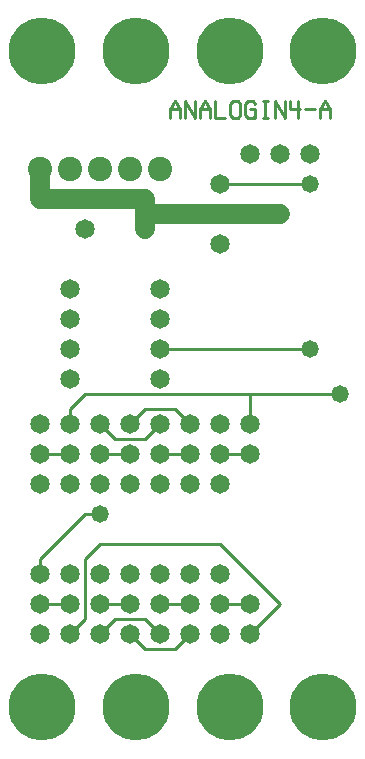
<source format=gtl>
%MOIN*%
%FSLAX25Y25*%
G04 D10 used for Character Trace; *
G04     Circle (OD=.01000) (No hole)*
G04 D11 used for Power Trace; *
G04     Circle (OD=.06700) (No hole)*
G04 D12 used for Signal Trace; *
G04     Circle (OD=.01100) (No hole)*
G04 D13 used for Via; *
G04     Circle (OD=.05800) (Round. Hole ID=.02800)*
G04 D14 used for Component hole; *
G04     Circle (OD=.06500) (Round. Hole ID=.03500)*
G04 D15 used for Component hole; *
G04     Circle (OD=.06700) (Round. Hole ID=.04300)*
G04 D16 used for Component hole; *
G04     Circle (OD=.08100) (Round. Hole ID=.05100)*
G04 D17 used for Component hole; *
G04     Circle (OD=.08900) (Round. Hole ID=.05900)*
G04 D18 used for Component hole; *
G04     Circle (OD=.11300) (Round. Hole ID=.08300)*
G04 D19 used for Component hole; *
G04     Circle (OD=.16000) (Round. Hole ID=.13000)*
G04 D20 used for Component hole; *
G04     Circle (OD=.18300) (Round. Hole ID=.15300)*
G04 D21 used for Component hole; *
G04     Circle (OD=.22291) (Round. Hole ID=.19291)*
%ADD10C,.01000*%
%ADD11C,.06700*%
%ADD12C,.01100*%
%ADD13C,.05800*%
%ADD14C,.06500*%
%ADD15C,.06700*%
%ADD16C,.08100*%
%ADD17C,.08900*%
%ADD18C,.11300*%
%ADD19C,.16000*%
%ADD20C,.18300*%
%ADD21C,.22291*%
%IPPOS*%
%LPD*%
G90*X0Y0D02*D21*X15625Y15625D03*D14*              
X35000Y40000D03*D12*X40000Y45000D01*X50000D01*    
X55000Y40000D01*D14*D03*D12*X50000Y35000D02*      
X60000D01*X50000D02*X45000Y40000D01*D14*D03*      
X55000Y50000D03*D12*X65000D01*D14*D03*            
X75000Y40000D03*Y60000D03*X55000D03*              
X75000Y50000D03*D12*X85000D01*D14*D03*D12*        
Y40000D02*X95000Y50000D01*D14*X85000Y40000D03*D12*
X95000Y50000D02*X75000Y70000D01*X35000D01*        
X30000Y65000D01*Y45000D01*X25000Y40000D01*D14*D03*
X35000Y50000D03*D12*X45000D01*D14*D03*            
X35000Y60000D03*X45000D03*D12*X60000Y35000D02*    
X65000Y40000D01*D14*D03*Y60000D03*D21*            
X46875Y15625D03*X78125D03*D14*X25000Y60000D03*    
Y50000D03*D12*X15000D01*D14*D03*Y60000D03*D12*    
Y65000D01*X30000Y80000D01*X35000D01*D13*D03*D14*  
X45000Y90000D03*X25000D03*X35000D03*              
X55000Y100000D03*D12*X65000D01*D14*D03*           
X75000Y90000D03*Y110000D03*X55000D03*D12*         
X50000Y105000D01*X40000D01*X35000Y110000D01*D14*  
D03*X45000Y100000D03*D12*X35000D01*D14*D03*       
X45000Y110000D03*D12*X50000Y115000D01*X60000D01*  
X65000Y110000D01*D14*D03*X75000Y100000D03*D12*    
X85000D01*D14*D03*Y110000D03*D12*Y120000D01*      
X30000D01*X25000Y115000D01*Y110000D01*D14*D03*    
X15000Y100000D03*D12*X25000D01*D14*D03*           
X15000Y110000D03*Y90000D03*X25000Y125000D03*      
X55000Y90000D03*Y125000D03*Y135000D03*D12*        
X105000D01*D13*D03*X115000Y120000D03*D12*         
X85000D01*D14*X55000Y145000D03*X65000Y90000D03*   
X55000Y155000D03*X75000Y170000D03*                
X30000Y175000D03*X50000D03*D11*Y180000D01*        
X75000D01*D14*D03*D11*X95000D01*D13*D03*          
X105000Y190000D03*D12*X75000D01*D14*D03*          
X85000Y200000D03*D16*X55000Y195000D03*D14*        
X95000Y200000D03*D11*X50000Y180000D02*Y185000D01* 
X15000D01*Y195000D01*D16*D03*X25000D03*X35000D03* 
X45000D03*D21*X46875Y234375D03*X15625D03*D14*     
X25000Y155000D03*D10*X58326Y212129D02*Y215000D01* 
X60000Y217871D01*X61674Y215000D01*Y212129D01*     
X58326Y215000D02*X61674D01*X63326Y212129D02*      
Y217871D01*X66674Y212129D01*Y217871D01*           
X68326Y212129D02*Y215000D01*X70000Y217871D01*     
X71674Y215000D01*Y212129D01*X68326Y215000D02*     
X71674D01*X73326Y217871D02*Y212129D01*X76674D01*  
X81674Y213086D02*X80837Y212129D01*X79163D01*      
X78326Y213086D01*Y216914D01*X79163Y217871D01*     
X80837D01*X81674Y216914D01*Y213086D01*X86674D02*  
X85837Y212129D01*X84163D01*X83326Y213086D01*      
Y216914D01*X84163Y217871D01*X85837D01*            
X86674Y216914D01*X85000Y215000D02*X86674D01*      
Y212129D01*X90000D02*Y217871D01*X89163Y212129D02* 
X90837D01*X89163Y217871D02*X90837D01*             
X93326Y212129D02*Y217871D01*X96674Y212129D01*     
Y217871D01*X100837D02*Y212129D01*X98326Y217871D02*
Y215000D01*X101674D01*X103326D02*X106674D01*      
X108326Y212129D02*Y215000D01*X110000Y217871D01*   
X111674Y215000D01*Y212129D01*X108326Y215000D02*   
X111674D01*D14*X25000Y145000D03*Y135000D03*D21*   
X78125Y234375D03*D14*X105000Y200000D03*D21*       
X109375Y234375D03*D14*X15000Y40000D03*D21*        
X109375Y15625D03*M02*                             

</source>
